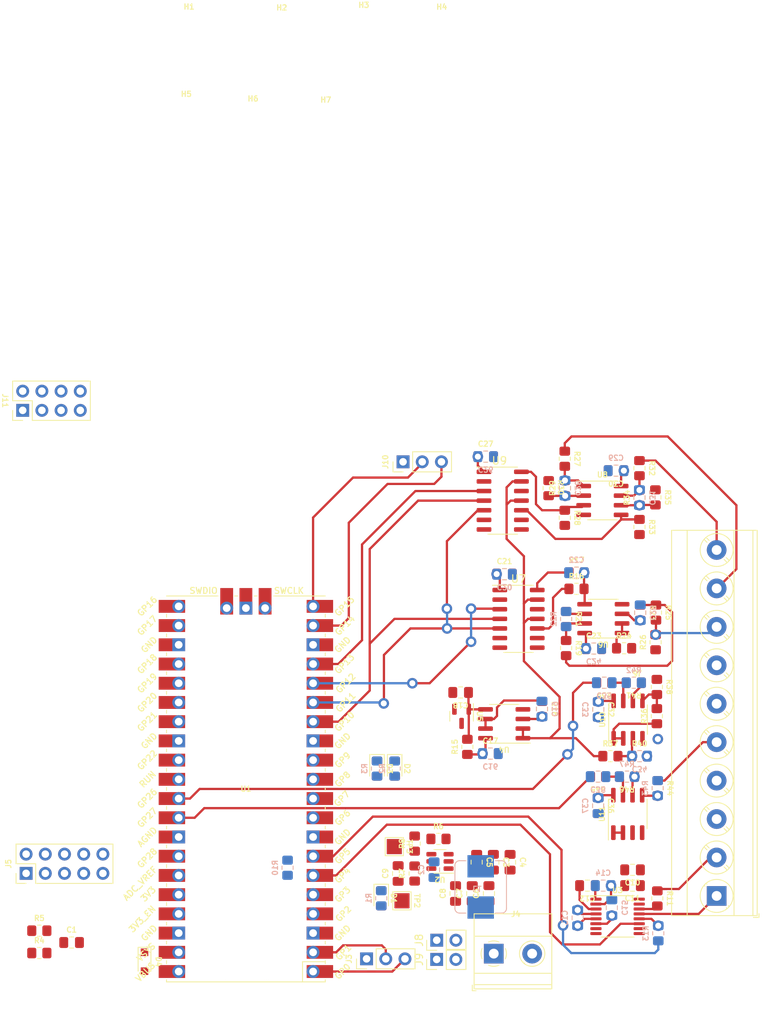
<source format=kicad_pcb>
(kicad_pcb (version 20211014) (generator pcbnew)
  (layers (0 "F.Cu" signal) (31 "B.Cu" signal) (34 "B.Paste" user) (35 "F.Paste" user) (36 "B.SilkS" user "B.Silkscreen") (37 "F.SilkS" user "F.Silkscreen") (38 "B.Mask" user) (39 "F.Mask" user) (44 "Edge.Cuts" user))
  (net 0 "")
  (net 1 "/ADC_VREF")
  (net 2 "GND")
  (net 3 "Net-(C2-Pad1)")
  (net 4 "Net-(C2-Pad2)")
  (net 5 "+12V")
  (net 6 "+5V")
  (net 7 "/tps56320x_5v/VFB")
  (net 8 "+3V3")
  (net 9 "Net-(C12-Pad1)")
  (net 10 "Net-(C12-Pad2)")
  (net 11 "Net-(C13-Pad1)")
  (net 12 "Net-(C13-Pad2)")
  (net 13 "Net-(C14-Pad1)")
  (net 14 "Net-(C15-Pad1)")
  (net 15 "Net-(C18-Pad1)")
  (net 16 "Net-(C19-Pad1)")
  (net 17 "Net-(C22-Pad1)")
  (net 18 "Net-(C25-Pad1)")
  (net 19 "Net-(C28-Pad1)")
  (net 20 "Net-(C28-Pad2)")
  (net 21 "Net-(C31-Pad1)")
  (net 22 "Net-(C31-Pad2)")
  (net 23 "Net-(C34-Pad1)")
  (net 24 "/Im_ADC")
  (net 25 "Net-(D1-Pad1)")
  (net 26 "Net-(D2-Pad1)")
  (net 27 "/LED_1")
  (net 28 "Net-(D3-Pad1)")
  (net 29 "/LED_2")
  (net 30 "Net-(D4-Pad1)")
  (net 34 "/PICO_GPIO0")
  (net 35 "/PICO_GPIO1")
  (net 36 "/PICO_GPIO20")
  (net 37 "/PICO_GPIO21")
  (net 38 "/PICO_GPIO18")
  (net 39 "/PICO_GPIO17")
  (net 40 "/PICO_GPIO19")
  (net 41 "/PICO_GPIO16")
  (net 42 "/RS232_RX1")
  (net 43 "/RS232_TX1")
  (net 44 "/Vm")
  (net 45 "/Im")
  (net 46 "/DAC_A1")
  (net 47 "/DAC_A2")
  (net 48 "/DAC_A3")
  (net 49 "/PICO_GPIO14")
  (net 50 "/PICO_GPIO15")
  (net 51 "/PICO_GPIO8")
  (net 52 "/PICO_GPIO3")
  (net 53 "/PICO_GPIO2")
  (net 54 "/PICO_GPIO9")
  (net 55 "/PICO_GPIO22")
  (net 56 "/PICO_GPIO28")
  (net 57 "/DAC_REF")
  (net 58 "Net-(R6-Pad1)")
  (net 59 "/PICO_GPIO4")
  (net 60 "Net-(R11-Pad2)")
  (net 61 "Net-(R13-Pad1)")
  (net 62 "/PICO_GPIO5")
  (net 63 "Net-(R16-Pad1)")
  (net 64 "/dac_module/V_fine")
  (net 65 "/dac_module/V_coarse")
  (net 66 "Net-(R19-Pad1)")
  (net 67 "/dac_module/V_dac_1")
  (net 68 "Net-(U11-Pad1)")
  (net 69 "Net-(R21-Pad1)")
  (net 70 "Net-(R24-Pad1)")
  (net 71 "/dac_module/V_dac_1_buf")
  (net 72 "/dac_module/DAC_2_OUT")
  (net 73 "/dac_module/DAC_3_OUT")
  (net 74 "/itm39xxc_meas_cond/V_ref'")
  (net 75 "Net-(R36-Pad2)")
  (net 76 "Net-(R39-Pad1)")
  (net 77 "Net-(R41-Pad1)")
  (net 78 "Net-(R43-Pad2)")
  (net 79 "Net-(R45-Pad1)")
  (net 80 "Net-(R46-Pad1)")
  (net 81 "/DAC_SCLK")
  (net 82 "/DAC_SD")
  (net 83 "/DAC_A1_~{CS}")
  (net 84 "/DAC_A2_A3_~{CS}")
  (net 100 "/PICO_GPIO27")
  (footprint "Package_SO:SOIC-8_3.9x4.9mm_P1.27mm" (layer "F.Cu") (at 153.543 61.0362 180)
    (fp_text reference "U6")
    (fp_text value "Opamp_Dual")
  )
  (footprint "MountingHole:MountingHole_3.2mm_M3" (layer "F.Cu") (at 132.16 -15.61)
    (fp_text reference "H4")
    (fp_text value "MountingHole")
  )
  (footprint "Resistor_SMD:R_0805_2012Metric_Pad1.20x1.40mm_HandSolder" (layer "F.Cu") (at 158.3182 45.0475 90)
    (fp_text reference "R34")
    (fp_text value "56k")
  )
  (footprint "Capacitor_SMD:C_0805_2012Metric_Pad1.18x1.45mm_HandSolder" (layer "F.Cu") (at 138.9888 93.2219 -90)
    (fp_text reference "C3")
    (fp_text value "22uF")
  )
  (footprint "LED_SMD:LED_0805_2012Metric_Pad1.15x1.40mm_HandSolder" (layer "F.Cu") (at 123.5964 80.8482 -90)
    (fp_text reference "D3")
    (fp_text value "LED_Small_Filled")
  )
  (footprint "Capacitor_SMD:C_0805_2012Metric_Pad1.18x1.45mm_HandSolder" (layer "F.Cu") (at 157.4038 96.3168 180)
    (fp_text reference "C11")
    (fp_text value "100nF")
  )
  (footprint "MountingHole:MountingHole_3.2mm_M3" (layer "F.Cu") (at 107.19 -3.48)
    (fp_text reference "H6")
    (fp_text value "MountingHole")
  )
  (footprint "Resistor_SMD:R_0805_2012Metric_Pad1.20x1.40mm_HandSolder" (layer "F.Cu") (at 158.3182 48.9204 -90)
    (fp_text reference "R33")
    (fp_text value "DNP")
  )
  (footprint "Resistor_SMD:R_0805_2012Metric_Pad1.20x1.40mm_HandSolder" (layer "F.Cu") (at 160.6202 73.9234 90)
    (fp_text reference "R36")
    (fp_text value "3k")
  )
  (footprint "MountingHole:MountingHole_3.2mm_M3" (layer "F.Cu") (at 98.72 -15.63)
    (fp_text reference "H1")
    (fp_text value "MountingHole")
  )
  (footprint "MountingHole:MountingHole_3.2mm_M3" (layer "F.Cu") (at 98.36 -4.09)
    (fp_text reference "H5")
    (fp_text value "MountingHole")
  )
  (footprint "Resistor_SMD:R_0805_2012Metric_Pad1.20x1.40mm_HandSolder" (layer "F.Cu") (at 78.9189 102.2752)
    (fp_text reference "R5")
    (fp_text value "47R")
  )
  (footprint "Capacitor_SMD:C_0805_2012Metric_Pad1.18x1.45mm_HandSolder" (layer "F.Cu") (at 83.1889 103.8352)
    (fp_text reference "C1")
    (fp_text value "DNP")
  )
  (footprint "Package_TO_SOT_SMD:SOT-23-6" (layer "F.Cu") (at 131.9276 93.1164 180)
    (fp_text reference "U2")
    (fp_text value "TPS56320x")
  )
  (footprint "Capacitor_SMD:C_0805_2012Metric_Pad1.18x1.45mm_HandSolder" (layer "F.Cu") (at 152.8732 73.0344 -90)
    (fp_text reference "C32")
    (fp_text value "100nF")
  )
  (footprint "MountingHole:MountingHole_3.2mm_M3" (layer "F.Cu") (at 110.99 -15.51)
    (fp_text reference "H2")
    (fp_text value "MountingHole")
  )
  (footprint "Package_TO_SOT_SMD:SOT-23" (layer "F.Cu") (at 134.7866 73.9394 -90)
    (fp_text reference "U5")
    (fp_text value "LM4040DBZ-3")
  )
  (footprint "TerminalBlock_Phoenix:TerminalBlock_Phoenix_MKDS-3-10-5.08_1x10_P5.08mm_Horizontal" (layer "F.Cu") (at 168.53 97.68 90)
    (fp_text reference "J6")
    (fp_text value "Conn_01x10")
  )
  (footprint "Capacitor_SMD:C_0805_2012Metric_Pad1.18x1.45mm_HandSolder" (layer "F.Cu") (at 136.1948 97.3582 90)
    (fp_text reference "C7")
    (fp_text value "22uF")
  )
  (footprint "LED_SMD:LED_0805_2012Metric_Pad1.15x1.40mm_HandSolder" (layer "F.Cu") (at 125.9332 80.8482 -90)
    (fp_text reference "D2")
    (fp_text value "LED_Small_Filled")
  )
  (footprint "Connector_PinHeader_2.54mm:PinHeader_1x02_P2.54mm_Vertical" (layer "F.Cu") (at 131.4908 106.0704 90)
    (fp_text reference "J9")
    (fp_text value "Conn_01x02")
  )
  (footprint "Resistor_SMD:R_0805_2012Metric_Pad1.20x1.40mm_HandSolder" (layer "F.Cu") (at 148.6154 64.9224 -90)
    (fp_text reference "R19")
    (fp_text value "22R")
  )
  (footprint "Capacitor_SMD:C_0805_2012Metric_Pad1.18x1.45mm_HandSolder" (layer "F.Cu") (at 137.9728 39.624)
    (fp_text reference "C27")
    (fp_text value "100nF")
  )
  (footprint "Resistor_SMD:R_0805_2012Metric_Pad1.20x1.40mm_HandSolder" (layer "F.Cu") (at 156.6612 81.915 180)
    (fp_text reference "R46")
    (fp_text value "3k")
  )
  (footprint "Resistor_SMD:R_0805_2012Metric_Pad1.20x1.40mm_HandSolder" (layer "F.Cu") (at 145.4404 72.9742 -90)
    (fp_text reference "R16")
    (fp_text value "10k")
  )
  (footprint "Resistor_SMD:R_0805_2012Metric_Pad1.20x1.40mm_HandSolder" (layer "F.Cu") (at 156.2862 64.9478)
    (fp_text reference "R24")
    (fp_text value "DNP")
  )
  (footprint "Resistor_SMD:R_0805_2012Metric_Pad1.20x1.40mm_HandSolder" (layer "F.Cu") (at 146.304 43.7896 -90)
    (fp_text reference "R30")
    (fp_text value "24k")
  )
  (footprint "Capacitor_SMD:C_0805_2012Metric_Pad1.18x1.45mm_HandSolder" (layer "F.Cu") (at 126.3904 94.7127 90)
    (fp_text reference "C9")
    (fp_text value "DNP")
  )
  (footprint "Resistor_SMD:R_0805_2012Metric_Pad1.20x1.40mm_HandSolder" (layer "F.Cu") (at 158.3182 41.148 -90)
    (fp_text reference "R32")
    (fp_text value "22R")
  )
  (footprint "Resistor_SMD:R_0805_2012Metric_Pad1.20x1.40mm_HandSolder" (layer "F.Cu") (at 150.003 54.9402)
    (fp_text reference "R17")
    (fp_text value "56k")
  )
  (footprint "Resistor_SMD:R_0805_2012Metric_Pad1.20x1.40mm_HandSolder" (layer "F.Cu") (at 160.6202 70.0626 -90)
    (fp_text reference "R38")
    (fp_text value "20k")
  )
  (footprint "Resistor_SMD:R_0805_2012Metric_Pad1.20x1.40mm_HandSolder" (layer "F.Cu") (at 149.987 57.0992)
    (fp_text reference "R18")
    (fp_text value "24k")
  )
  (footprint "Package_SO:SOIC-14_3.9x8.7mm_P1.27mm" (layer "F.Cu") (at 140.2252 45.4406)
    (fp_text reference "U9")
    (fp_text value "MCP4922")
  )
  (footprint "TestPoint:TestPoint_Pad_2.0x2.0mm" (layer "F.Cu") (at 126.8984 98.3234 -90)
    (fp_text reference "TP2")
    (fp_text value "TestPoint_Small")
  )
  (footprint "TerminalBlock_Phoenix:TerminalBlock_Phoenix_MKDS-1,5-2-5.08_1x02_P5.08mm_Horizontal" (layer "F.Cu") (at 139.0414 105.3054)
    (fp_text reference "J4")
    (fp_text value "Conn_01x02")
  )
  (footprint "Resistor_SMD:R_0805_2012Metric_Pad1.20x1.40mm_HandSolder" (layer "F.Cu") (at 148.4376 47.7106 -90)
    (fp_text reference "R28")
    (fp_text value "DNP")
  )
  (footprint "Resistor_SMD:R_0805_2012Metric_Pad1.20x1.40mm_HandSolder" (layer "F.Cu") (at 128.5748 94.7166 90)
    (fp_text reference "R7")
    (fp_text value "11k")
  )
  (footprint "Resistor_SMD:R_0805_2012Metric_Pad1.20x1.40mm_HandSolder" (layer "F.Cu") (at 131.7244 90.1446)
    (fp_text reference "R6")
    (fp_text value "10k")
  )
  (footprint "Package_SO:SOIC-8_3.9x4.9mm_P1.27mm" (layer "F.Cu") (at 156.7688 86.8426 90)
    (fp_text reference "U11")
    (fp_text value "Opamp_Dual")
  )
  (footprint "Capacitor_SMD:C_0805_2012Metric_Pad1.18x1.45mm_HandSolder" (layer "F.Cu") (at 138.5966 78.867)
    (fp_text reference "C17")
    (fp_text value "100nF")
  )
  (footprint "Resistor_SMD:R_0805_2012Metric_Pad1.20x1.40mm_HandSolder" (layer "F.Cu") (at 128.5748 90.7636 90)
    (fp_text reference "R8")
    (fp_text value "2k")
  )
  (footprint "Connector_PinHeader_2.54mm:PinHeader_1x03_P2.54mm_Vertical" (layer "F.Cu") (at 122.2144 105.9942 90)
    (fp_text reference "J3")
    (fp_text value "Conn_01x03")
  )
  (footprint "TestPoint:TestPoint_Pad_2.0x2.0mm" (layer "F.Cu") (at 125.8824 91.1606 -90)
    (fp_text reference "TP3")
    (fp_text value "TestPoint_Small")
  )
  (footprint "Package_SO:TSSOP-16_4.4x5mm_P0.65mm" (layer "F.Cu") (at 155.4226 100.3808)
    (fp_text reference "U3")
    (fp_text value "MAX3232")
  )
  (footprint "CL_MCU_RaspberryPi_and_Boards:RPi_Pico_SMD_TH" (layer "F.Cu") (at 106.2482 83.5406 180)
    (fp_text reference "U1")
    (fp_text value "Pico")
  )
  (footprint "Connector_PinHeader_2.54mm:PinHeader_2x05_P2.54mm_Vertical" (layer "F.Cu") (at 77.1702 94.6962 90)
    (fp_text reference "J5")
    (fp_text value "Conn_02x05_Odd_Even")
  )
  (footprint "Resistor_SMD:R_0805_2012Metric_Pad1.20x1.40mm_HandSolder" (layer "F.Cu") (at 160.6804 98.0092 -90)
    (fp_text reference "R11")
    (fp_text value "47R")
  )
  (footprint "Connector_PinHeader_2.54mm:PinHeader_2x04_P2.54mm_Vertical" (layer "F.Cu") (at 76.718 33.5076 90)
    (fp_text reference "J11")
    (fp_text value "Conn_02x04_Odd_Even")
  )
  (footprint "Capacitor_SMD:C_0805_2012Metric_Pad1.18x1.45mm_HandSolder" (layer "F.Cu") (at 140.462 55.1434)
    (fp_text reference "C21")
    (fp_text value "100nF")
  )
  (footprint "Resistor_SMD:R_0805_2012Metric_Pad1.20x1.40mm_HandSolder" (layer "F.Cu") (at 160.4518 64.151 90)
    (fp_text reference "R26")
    (fp_text value "0R")
  )
  (footprint "Capacitor_SMD:C_0805_2012Metric_Pad1.18x1.45mm_HandSolder" (layer "F.Cu") (at 152.2769 64.9986)
    (fp_text reference "C23")
    (fp_text value "100nF")
  )
  (footprint "Connector_PinHeader_2.54mm:PinHeader_1x03_P2.54mm_Vertical" (layer "F.Cu") (at 127.0404 40.3098 90)
    (fp_text reference "J10")
    (fp_text value "Conn_01x03")
  )
  (footprint "Resistor_SMD:R_0805_2012Metric_Pad1.20x1.40mm_HandSolder" (layer "F.Cu") (at 160.5026 60.2328 -90)
    (fp_text reference "R25")
    (fp_text value "DNP")
  )
  (footprint "Capacitor_SMD:C_0805_2012Metric_Pad1.18x1.45mm_HandSolder" (layer "F.Cu") (at 133.985 97.3582 90)
    (fp_text reference "C8")
    (fp_text value "22uF")
  )
  (footprint "Package_SO:SOIC-8_3.9x4.9mm_P1.27mm" (layer "F.Cu") (at 156.8102 74.3806 90)
    (fp_text reference "U10")
    (fp_text value "Opamp_Dual")
  )
  (footprint "Resistor_SMD:R_0805_2012Metric_Pad1.20x1.40mm_HandSolder" (layer "F.Cu") (at 160.7252 83.437 -90)
    (fp_text reference "R44")
    (fp_text value "10k")
  )
  (footprint "Connector_PinHeader_2.54mm:PinHeader_1x02_P2.54mm_Vertical" (layer "F.Cu") (at 131.4958 103.5304 90)
    (fp_text reference "J8")
    (fp_text value "Conn_01x02")
  )
  (footprint "Resistor_SMD:R_0805_2012Metric_Pad1.20x1.40mm_HandSolder" (layer "F.Cu") (at 153.6606 69.5038 180)
    (fp_text reference "R39")
    (fp_text value "0R")
  )
  (footprint "Resistor_SMD:R_0805_2012Metric_Pad1.20x1.40mm_HandSolder" (layer "F.Cu") (at 158.4198 60.2488 -90)
    (fp_text reference "R23")
    (fp_text value "DNP")
  )
  (footprint "Capacitor_SMD:C_0805_2012Metric_Pad1.18x1.45mm_HandSolder" (layer "F.Cu") (at 152.8512 85.7578 -90)
    (fp_text reference "C36")
    (fp_text value "100nF")
  )
  (footprint "Resistor_SMD:R_0805_2012Metric_Pad1.20x1.40mm_HandSolder" (layer "F.Cu") (at 158.3342 79.2066)
    (fp_text reference "R40")
    (fp_text value "10k")
  )
  (footprint "MountingHole:MountingHole_3.2mm_M3" (layer "F.Cu") (at 121.85 -15.85)
    (fp_text reference "H3")
    (fp_text value "MountingHole")
  )
  (footprint "Capacitor_SMD:C_0805_2012Metric_Pad1.18x1.45mm_HandSolder" (layer "F.Cu") (at 141.1986 93.2258 -90)
    (fp_text reference "C4")
    (fp_text value "22uF")
  )
  (footprint "Capacitor_SMD:C_0805_2012Metric_Pad1.18x1.45mm_HandSolder" (layer "F.Cu") (at 157.4038 94.234 180)
    (fp_text reference "C10")
    (fp_text value "10uF")
  )
  (footprint "Resistor_SMD:R_0805_2012Metric_Pad1.20x1.40mm_HandSolder" (layer "F.Cu") (at 148.6154 61.087 -90)
    (fp_text reference "R21")
    (fp_text value "56k")
  )
  (footprint "Capacitor_SMD:C_0805_2012Metric_Pad1.18x1.45mm_HandSolder" (layer "F.Cu") (at 134.6596 70.7898 180)
    (fp_text reference "C18")
    (fp_text value "100nF")
  )
  (footprint "Resistor_SMD:R_0805_2012Metric_Pad1.20x1.40mm_HandSolder" (layer "F.Cu") (at 148.463 43.7896 90)
    (fp_text reference "R29")
    (fp_text value "56k")
  )
  (footprint "Package_SO:SOIC-14_3.9x8.7mm_P1.27mm" (layer "F.Cu") (at 142.3162 61.0616)
    (fp_text reference "U7")
    (fp_text value "MCP4922")
  )
  (footprint "Resistor_SMD:R_0805_2012Metric_Pad1.20x1.40mm_HandSolder" (layer "F.Cu") (at 78.9189 105.2252)
    (fp_text reference "R4")
    (fp_text value "DNP")
  )
  (footprint "Resistor_SMD:R_0805_2012Metric_Pad1.20x1.40mm_HandSolder" (layer "F.Cu") (at 152.8412 81.915 180)
    (fp_text reference "R45")
    (fp_text value "0R")
  )
  (footprint "Capacitor_SMD:C_0805_2012Metric_Pad1.18x1.45mm_HandSolder" (layer "F.Cu") (at 151.4348 96.3168 180)
    (fp_text reference "C12")
    (fp_text value "100nF")
  )
  (footprint "Capacitor_SMD:C_0805_2012Metric_Pad1.18x1.45mm_HandSolder" (layer "F.Cu") (at 138.4046 97.3582 90)
    (fp_text reference "C6")
    (fp_text value "22uF")
  )
  (footprint "Package_SO:SOIC-8_3.9x4.9mm_P1.27mm" (layer "F.Cu") (at 153.416 45.4152)
    (fp_text reference "U8")
    (fp_text value "Opamp_Dual")
  )
  (footprint "MountingHole:MountingHole_3.2mm_M3" (layer "F.Cu") (at 116.82 -3.33)
    (fp_text reference "H7")
    (fp_text value "MountingHole")
  )
  (footprint "Resistor_SMD:R_0805_2012Metric_Pad1.20x1.40mm_HandSolder" (layer "F.Cu") (at 154.4734 79.2066)
    (fp_text reference "R37")
    (fp_text value "10k")
  )
  (footprint "Capacitor_SMD:C_0805_2012Metric_Pad1.18x1.45mm_HandSolder" (layer "F.Cu") (at 136.779 93.218 -90)
    (fp_text reference "C5")
    (fp_text value "100nF")
  )
  (footprint "Resistor_SMD:R_0805_2012Metric_Pad1.20x1.40mm_HandSolder" (layer "F.Cu") (at 157.5722 69.5038 180)
    (fp_text reference "R41")
    (fp_text value "3k")
  )
  (footprint "Resistor_SMD:R_0805_2012Metric_Pad1.20x1.40mm_HandSolder" (layer "F.Cu") (at 160.4264 45.0088 -90)
    (fp_text reference "R35")
    (fp_text value "24k")
  )
  (footprint "Resistor_SMD:R_0805_2012Metric_Pad1.20x1.40mm_HandSolder" (layer "F.Cu") (at 148.4376 39.9034 -90)
    (fp_text reference "R27")
    (fp_text value "22R")
  )
  (footprint "Resistor_SMD:R_0805_2012Metric_Pad1.20x1.40mm_HandSolder" (layer "F.Cu") (at 135.5486 77.978 90)
    (fp_text reference "R15")
    (fp_text value "2k")
  )
  (footprint "LED_SMD:LED_0805_2012Metric_Pad1.15x1.40mm_HandSolder" (layer "F.Cu") (at 124.1552 97.9932 -90)
    (fp_text reference "D1")
    (fp_text value "LED_Small_Filled")
  )
  (footprint "Package_SO:SOIC-8_3.9x4.9mm_P1.27mm" (layer "F.Cu") (at 140.4254 74.93 180)
    (fp_text reference "U4")
    (fp_text value "Opamp_Dual")
  )
  (footprint "Diode_SMD:D_SOD-323_HandSoldering" (layer "F.Cu") (at 92.837 106.3752 -90)
    (fp_text reference "D4")
    (fp_text value "BAT60")
  )
  (footprint "Capacitor_SMD:C_0805_2012Metric_Pad1.18x1.45mm_HandSolder" (layer "F.Cu") (at 155.2155 41.4782 180)
    (fp_text reference "C30")
    (fp_text value "100nF")
  )
  (footprint "Resistor_SMD:R_0805_2012Metric_Pad1.20x1.40mm_HandSolder" (layer "B.Cu") (at 160.7252 83.437 -90)
    (fp_text reference "R43")
    (fp_text value "3k")
  )
  (footprint "Resistor_SMD:R_0805_2012Metric_Pad1.20x1.40mm_HandSolder" (layer "B.Cu") (at 123.5964 80.8482 -90)
    (fp_text reference "R3")
    (fp_text value "1k")
  )
  (footprint "Resistor_SMD:R_0805_2012Metric_Pad1.20x1.40mm_HandSolder" (layer "B.Cu") (at 157.5722 69.5038 180)
    (fp_text reference "R42")
    (fp_text value "20k")
  )
  (footprint "Capacitor_SMD:C_0805_2012Metric_Pad1.18x1.45mm_HandSolder" (layer "B.Cu") (at 149.9815 54.9656 180)
    (fp_text reference "C22")
    (fp_text value "1nF")
  )
  (footprint "Resistor_SMD:R_0805_2012Metric_Pad1.20x1.40mm_HandSolder" (layer "B.Cu") (at 111.76 93.9546 -90)
    (fp_text reference "R10")
    (fp_text value "10k")
  )
  (footprint "Capacitor_SMD:C_0805_2012Metric_Pad1.18x1.45mm_HandSolder" (layer "B.Cu") (at 138.5966 78.867)
    (fp_text reference "C16")
    (fp_text value "1uF")
  )
  (footprint "Capacitor_SMD:C_0805_2012Metric_Pad1.18x1.45mm_HandSolder" (layer "B.Cu") (at 148.463 43.7896 90)
    (fp_text reference "C28")
    (fp_text value "DNP")
  )
  (footprint "Resistor_SMD:R_0805_2012Metric_Pad1.20x1.40mm_HandSolder" (layer "B.Cu") (at 125.9332 80.8482 -90)
    (fp_text reference "R2")
    (fp_text value "1k")
  )
  (footprint "Capacitor_SMD:C_0805_2012Metric_Pad1.18x1.45mm_HandSolder" (layer "B.Cu") (at 150.1394 100.5801 -90)
    (fp_text reference "C13")
    (fp_text value "470nF")
  )
  (footprint "Capacitor_SMD:C_0805_2012Metric_Pad1.18x1.45mm_HandSolder" (layer "B.Cu") (at 152.8412 81.915)
    (fp_text reference "C38")
    (fp_text value "DNP")
  )
  (footprint "Resistor_SMD:R_0805_2012Metric_Pad1.20x1.40mm_HandSolder" (layer "B.Cu") (at 124.1552 97.9932 -90)
    (fp_text reference "R1")
    (fp_text value "2k")
  )
  (footprint "Capacitor_SMD:C_0805_2012Metric_Pad1.18x1.45mm_HandSolder" (layer "B.Cu") (at 152.8512 85.7578 -90)
    (fp_text reference "C37")
    (fp_text value "1uF")
  )
  (footprint "Capacitor_SMD:C_0805_2012Metric_Pad1.18x1.45mm_HandSolder" (layer "B.Cu") (at 131.1402 94.2086 -90)
    (fp_text reference "C2")
    (fp_text value "100nF")
  )
  (footprint "Capacitor_SMD:C_0805_2012Metric_Pad1.18x1.45mm_HandSolder" (layer "B.Cu") (at 145.415 72.9742 90)
    (fp_text reference "C19")
    (fp_text value "1uF")
  )
  (footprint "Capacitor_SMD:C_0805_2012Metric_Pad1.18x1.45mm_HandSolder" (layer "B.Cu") (at 154.6606 99.2378 90)
    (fp_text reference "C15")
    (fp_text value "470nF")
  )
  (footprint "Resistor_SMD:R_0805_2012Metric_Pad1.20x1.40mm_HandSolder" (layer "B.Cu") (at 156.6672 81.915 180)
    (fp_text reference "R47")
    (fp_text value "10k")
  )
  (footprint "Capacitor_SMD:C_0805_2012Metric_Pad1.18x1.45mm_HandSolder" (layer "B.Cu") (at 155.2155 41.4782 180)
    (fp_text reference "C29")
    (fp_text value "1uF")
  )
  (footprint "Capacitor_SMD:C_0805_2012Metric_Pad1.18x1.45mm_HandSolder" (layer "B.Cu") (at 152.8732 73.0344 -90)
    (fp_text reference "C33")
    (fp_text value "1uF")
  )
  (footprint "Inductor_SMD:L_Bourns_SRP7028A_7.3x6.6mm" (layer "B.Cu") (at 137.3124 96.4874 -90)
    (fp_text reference "L1")
    (fp_text value "4.7uH")
  )
  (footprint "Capacitor_SMD:C_0805_2012Metric_Pad1.18x1.45mm_HandSolder" (layer "B.Cu") (at 158.3342 79.2066)
    (fp_text reference "C34")
    (fp_text value "100nF")
  )
  (footprint "Capacitor_SMD:C_0805_2012Metric_Pad1.18x1.45mm_HandSolder" (layer "B.Cu") (at 137.9728 39.624)
    (fp_text reference "C26")
    (fp_text value "10uF")
  )
  (footprint "Resistor_SMD:R_0805_2012Metric_Pad1.20x1.40mm_HandSolder" (layer "B.Cu") (at 148.6154 61.087 -90)
    (fp_text reference "R22")
    (fp_text value "24k")
  )
  (footprint "Capacitor_SMD:C_0805_2012Metric_Pad1.18x1.45mm_HandSolder" (layer "B.Cu") (at 153.6606 69.5038)
    (fp_text reference "C35")
    (fp_text value "DNP")
  )
  (footprint "Capacitor_SMD:C_0805_2012Metric_Pad1.18x1.45mm_HandSolder" (layer "B.Cu") (at 140.462 55.1688)
    (fp_text reference "C20")
    (fp_text value "10uF")
  )
  (footprint "Capacitor_SMD:C_0805_2012Metric_Pad1.18x1.45mm_HandSolder" (layer "B.Cu") (at 158.3182 45.0342 90)
    (fp_text reference "C31")
    (fp_text value "DNP")
  )
  (footprint "Capacitor_SMD:C_0805_2012Metric_Pad1.18x1.45mm_HandSolder" (layer "B.Cu") (at 158.4198 60.2488 90)
    (fp_text reference "C25")
    (fp_text value "0R")
  )
  (footprint "Capacitor_SMD:C_0805_2012Metric_Pad1.18x1.45mm_HandSolder" (layer "B.Cu") (at 152.2769 64.9826)
    (fp_text reference "C24")
    (fp_text value "1uF")
  )
  (footprint "Resistor_SMD:R_0805_2012Metric_Pad1.20x1.40mm_HandSolder" (layer "B.Cu") (at 160.8074 102.616 -90)
    (fp_text reference "R13")
    (fp_text value "47R")
  )
  (footprint "Capacitor_SMD:C_0805_2012Metric_Pad1.18x1.45mm_HandSolder" (layer "B.Cu") (at 153.5176 96.3168 180)
    (fp_text reference "C14")
    (fp_text value "470nF")
  )
  (via (at 160.7472 76.946) (size 1.4) (drill 0.8) (layers "F.Cu" "B.Cu") (net 0))
  (via (at 159.2994 79.2066) (size 1.4) (drill 0.8) (layers "F.Cu" "B.Cu") (net 2))
  (via (at 152.8478 74.0504) (size 1.4) (drill 0.8) (layers "F.Cu" "B.Cu") (net 2))
  (segment (start 155.891 43.5102) (end 155.891 41.8402) (width 0.3) (layer "F.Cu") (net 5))
  (segment (start 155.891 41.8402) (end 156.253 41.4782) (width 0.3) (layer "F.Cu") (net 5))
  (segment (start 151.2394 63.1126) (end 151.068 62.9412) (width 0.3) (layer "F.Cu") (net 5))
  (segment (start 151.2394 64.9986) (end 151.2394 63.1126) (width 0.3) (layer "F.Cu") (net 5))
  (via (at 156.253 41.4782) (size 1.4) (drill 0.8) (layers "F.Cu" "B.Cu") (net 5))
  (via (at 151.2394 64.9986) (size 1.4) (drill 0.8) (layers "F.Cu" "B.Cu") (net 5))
  (segment (start 139.8412 57.2516) (end 139.8412 55.5601) (width 0.3) (layer "F.Cu") (net 8))
  (segment (start 154.9052 71.9056) (end 152.9645 71.9056) (width 0.3) (layer "F.Cu") (net 8))
  (segment (start 136.9353 40.8157) (end 137.7502 41.6306) (width 0.3) (layer "F.Cu") (net 8))
  (segment (start 137.9504 76.835) (end 137.9504 78.4757) (width 0.3) (layer "F.Cu") (net 8))
  (segment (start 139.8412 55.5601) (end 139.4245 55.1434) (width 0.3) (layer "F.Cu") (net 8))
  (segment (start 135.5486 78.978) (end 137.4481 78.978) (width 0.3) (layer "F.Cu") (net 8))
  (segment (start 153.2039 84.3676) (end 152.8512 84.7203) (width 0.3) (layer "F.Cu") (net 8))
  (segment (start 154.8638 84.3676) (end 153.2039 84.3676) (width 0.3) (layer "F.Cu") (net 8))
  (segment (start 137.4481 78.978) (end 137.5591 78.867) (width 0.3) (layer "F.Cu") (net 8))
  (segment (start 137.9504 78.4757) (end 137.5591 78.867) (width 0.3) (layer "F.Cu") (net 8))
  (segment (start 152.9645 71.9056) (end 152.8732 71.9969) (width 0.3) (layer "F.Cu") (net 8))
  (segment (start 136.9353 39.624) (end 136.9353 40.8157) (width 0.3) (layer "F.Cu") (net 8))
  (via (at 136.9353 39.624) (size 1.4) (drill 0.8) (layers "F.Cu" "B.Cu") (net 8))
  (via (at 152.8732 71.9969) (size 1.4) (drill 0.8) (layers "F.Cu" "B.Cu") (net 8))
  (via (at 152.8512 84.7203) (size 1.4) (drill 0.8) (layers "F.Cu" "B.Cu") (net 8))
  (via (at 139.4245 55.1434) (size 1.4) (drill 0.8) (layers "F.Cu" "B.Cu") (net 8))
  (via (at 137.5591 78.867) (size 1.4) (drill 0.8) (layers "F.Cu" "B.Cu") (net 8))
  (segment (start 152.4723 96.3168) (end 152.4723 98.018) (width 0.3) (layer "F.Cu") (net 9))
  (segment (start 152.4723 98.018) (end 152.5601 98.1058) (width 0.3) (layer "F.Cu") (net 9))
  (segment (start 150.3973 98.2003) (end 150.3973 96.3168) (width 0.3) (layer "F.Cu") (net 10))
  (segment (start 152.5601 99.4058) (end 151.6028 99.4058) (width 0.3) (layer "F.Cu") (net 10))
  (segment (start 151.6028 99.4058) (end 150.3973 98.2003) (width 0.3) (layer "F.Cu") (net 10))
  (segment (start 152.5601 100.0558) (end 150.6526 100.0558) (width 0.3) (layer "F.Cu") (net 11))
  (segment (start 150.6526 100.0558) (end 150.1394 99.5426) (width 0.3) (layer "F.Cu") (net 11))
  (via (at 150.1394 99.5426) (size 1.4) (drill 0.8) (layers "F.Cu" "B.Cu") (net 11))
  (segment (start 152.5601 100.7058) (end 151.0512 100.7058) (width 0.3) (layer "F.Cu") (net 12))
  (segment (start 151.0512 100.7058) (end 150.1394 101.6176) (width 0.3) (layer "F.Cu") (net 12))
  (via (at 150.1394 101.6176) (size 1.4) (drill 0.8) (layers "F.Cu" "B.Cu") (net 12))
  (segment (start 154.5551 97.9209) (end 153.7202 98.7558) (width 0.3) (layer "F.Cu") (net 13))
  (segment (start 154.5551 96.3168) (end 154.5551 97.9209) (width 0.3) (layer "F.Cu") (net 13))
  (segment (start 153.7202 98.7558) (end 152.5601 98.7558) (width 0.3) (layer "F.Cu") (net 13))
  (via (at 154.5551 96.3168) (size 1.4) (drill 0.8) (layers "F.Cu" "B.Cu") (net 13))
  (segment (start 154.0158 101.3558) (end 152.5601 101.3558) (width 0.3) (layer "F.Cu") (net 14))
  (segment (start 154.6606 100.711) (end 154.0158 101.3558) (width 0.3) (layer "F.Cu") (net 14))
  (segment (start 154.6606 100.2792) (end 154.6606 100.711) (width 0.3) (layer "F.Cu") (net 14))
  (via (at 154.6606 100.2792) (size 1.4) (drill 0.8) (layers "F.Cu" "B.Cu") (net 14))
  (segment (start 154.6606 100.2753) (end 154.6606 100.2792) (width 0.3) (layer "B.Cu") (net 14))
  (segment (start 137.9504 72.9204) (end 137.9728 72.898) (width 0.3) (layer "F.Cu") (net 15))
  (segment (start 135.6971 70.7898) (end 135.6971 72.9624) (width 0.3) (layer "F.Cu") (net 15))
  (segment (start 135.6971 72.9624) (end 135.7366 73.0019) (width 0.3) (layer "F.Cu") (net 15))
  (segment (start 135.7597 73.025) (end 135.7366 73.0019) (width 0.3) (layer "F.Cu") (net 15))
  (segment (start 135.7366 76.79) (end 135.5486 76.978) (width 0.3) (layer "F.Cu") (net 15))
  (segment (start 137.9504 73.025) (end 137.9504 72.9204) (width 0.3) (layer "F.Cu") (net 15))
  (segment (start 135.7366 73.0019) (end 135.7366 76.79) (width 0.3) (layer "F.Cu") (net 15))
  (segment (start 137.9504 73.025) (end 135.7597 73.025) (width 0.3) (layer "F.Cu") (net 15))
  (segment (start 145.1196 74.295) (end 145.4404 73.9742) (width 0.3) (layer "F.Cu") (net 16))
  (segment (start 142.9004 74.295) (end 145.1196 74.295) (width 0.3) (layer "F.Cu") (net 16))
  (via (at 145.4404 73.9742) (size 1.4) (drill 0.8) (layers "F.Cu" "B.Cu") (net 16))
  (segment (start 151.068 57.1802) (end 150.987 57.0992) (width 0.3) (layer "F.Cu") (net 17))
  (segment (start 151.068 59.1312) (end 151.068 57.1802) (width 0.3) (layer "F.Cu") (net 17))
  (segment (start 150.987 54.9562) (end 151.003 54.9402) (width 0.3) (layer "F.Cu") (net 17))
  (segment (start 150.987 57.0992) (end 150.987 54.9562) (width 0.3) (layer "F.Cu") (net 17))
  (via (at 151.003 54.9402) (size 1.4) (drill 0.8) (layers "F.Cu" "B.Cu") (net 17))
  (segment (start 156.018 60.4012) (end 156.7688 60.4012) (width 0.3) (layer "F.Cu") (net 18))
  (segment (start 157.6164 61.2488) (end 158.4198 61.2488) (width 0.3) (layer "F.Cu") (net 18))
  (segment (start 156.7688 60.4012) (end 157.6164 61.2488) (width 0.3) (layer "F.Cu") (net 18))
  (via (at 158.4198 61.2488) (size 1.4) (drill 0.8) (layers "F.Cu" "B.Cu") (net 18))
  (segment (start 146.32 44.8056) (end 146.304 44.7896) (width 0.3) (layer "F.Cu") (net 19))
  (segment (start 150.9156 44.8056) (end 150.941 44.7802) (width 0.3) (layer "F.Cu") (net 19))
  (segment (start 148.4884 44.8056) (end 150.9156 44.8056) (width 0.3) (layer "F.Cu") (net 19))
  (segment (start 148.4884 44.8056) (end 146.32 44.8056) (width 0.3) (layer "F.Cu") (net 19))
  (via (at 148.4884 44.8056) (size 1.4) (drill 0.8) (layers "F.Cu" "B.Cu") (net 19))
  (segment (start 148.4376 42.7482) (end 148.463 42.7736) (width 0.3) (layer "F.Cu") (net 20))
  (segment (start 148.4376 40.9034) (end 148.4376 42.7482) (width 0.3) (layer "F.Cu") (net 20))
  (segment (start 150.2044 42.7736) (end 148.463 42.7736) (width 0.3) (layer "F.Cu") (net 20))
  (segment (start 150.941 43.5102) (end 150.2044 42.7736) (width 0.3) (layer "F.Cu") (net 20))
  (via (at 148.463 42.7736) (size 1.4) (drill 0.8) (layers "F.Cu" "B.Cu") (net 20))
  (segment (start 158.3182 46.0475) (end 155.8937 46.0475) (width 0.3) (layer "F.Cu") (net 21))
  (segment (start 160.4264 46.0088) (end 158.3569 46.0088) (width 0.3) (layer "F.Cu") (net 21))
  (segment (start 158.3569 46.0088) (end 158.3182 46.0475) (width 0.3) (layer "F.Cu") (net 21))
  (segment (start 155.8937 46.0475) (end 155.891 46.0502) (width 0.3) (layer "F.Cu") (net 21))
  (via (at 158.3182 46.0475) (size 1.4) (drill 0.8) (layers "F.Cu" "B.Cu") (net 21))
  (segment (start 158.3182 42.148) (end 158.3182 44.0475) (width 0.3) (layer "F.Cu") (net 22))
  (segment (start 157.5855 44.7802) (end 155.891 44.7802) (width 0.3) (layer "F.Cu") (net 22))
  (segment (start 158.3182 44.0475) (end 157.5855 44.7802) (width 0.3) (layer "F.Cu") (net 22))
  (via (at 158.3182 44.0475) (size 1.4) (drill 0.8) (layers "F.Cu" "B.Cu") (net 22))
  (segment (start 157.3342 79.2066) (end 157.3342 76.9666) (width 0.3) (layer "F.Cu") (net 23))
  (segment (start 155.4734 79.2066) (end 157.3342 79.2066) (width 0.3) (layer "F.Cu") (net 23))
  (segment (start 157.3342 76.9666) (end 157.4452 76.8556) (width 0.3) (layer "F.Cu") (net 23))
  (via (at 157.3342 79.2066) (size 1.4) (drill 0.8) (layers "F.Cu" "B.Cu") (net 23))
  (segment (start 100.1268 83.5406) (end 144.2212 83.5406) (width 0.3) (layer "F.Cu") (net 24))
  (segment (start 152.6606 69.5038) (end 150.8666 69.5038) (width 0.3) (layer "F.Cu") (net 24))
  (segment (start 98.8568 84.8106) (end 100.1268 83.5406) (width 0.3) (layer "F.Cu") (net 24))
  (segment (start 144.2212 83.5406) (end 148.7932 78.9686) (width 0.3) (layer "F.Cu") (net 24))
  (segment (start 149.5298 70.8406) (end 149.5298 75.2094) (width 0.3) (layer "F.Cu") (net 24))
  (segment (start 97.3582 84.8106) (end 98.8568 84.8106) (width 0.3) (layer "F.Cu") (net 24))
  (segment (start 150.8666 69.5038) (end 149.5298 70.8406) (width 0.3) (layer "F.Cu") (net 24))
  (via (at 148.7932 78.9686) (size 1.4) (drill 0.8) (layers "F.Cu" "B.Cu") (net 24))
  (via (at 149.5298 75.2094) (size 1.4) (drill 0.8) (layers "F.Cu" "B.Cu") (net 24))
  (segment (start 149.5298 78.232) (end 148.7932 78.9686) (width 0.3) (layer "B.Cu") (net 24))
  (segment (start 149.5298 75.2094) (end 149.5298 78.232) (width 0.3) (layer "B.Cu") (net 24))
  (segment (start 125.618 107.6706) (end 127.2944 105.9942) (width 0.3) (layer "F.Cu") (net 34))
  (segment (start 115.1382 107.6706) (end 125.618 107.6706) (width 0.3) (layer "F.Cu") (net 34))
  (segment (start 115.1382 105.1306) (end 118.1862 105.1306) (width 0.3) (layer "F.Cu") (net 35))
  (segment (start 119.1006 104.2162) (end 124.2314 104.2162) (width 0.3) (layer "F.Cu") (net 35))
  (segment (start 124.2314 104.2162) (end 124.7544 104.7392) (width 0.3) (layer "F.Cu") (net 35))
  (segment (start 124.7544 104.7392) (end 124.7544 105.9942) (width 0.3) (layer "F.Cu") (net 35))
  (segment (start 118.1862 105.1306) (end 119.1006 104.2162) (width 0.3) (layer "F.Cu") (net 35))
  (segment (start 166.1542 100.0558) (end 168.53 97.68) (width 0.3) (layer "F.Cu") (net 42))
  (segment (start 158.2851 100.0558) (end 166.1542 100.0558) (width 0.3) (layer "F.Cu") (net 42))
  (segment (start 163.5346 96.7646) (end 167.6992 92.6) (width 0.3) (layer "F.Cu") (net 43))
  (segment (start 167.6992 92.6) (end 168.53 92.6) (width 0.3) (layer "F.Cu") (net 43))
  (segment (start 160.6804 96.7646) (end 163.5346 96.7646) (width 0.3) (layer "F.Cu") (net 43))
  (segment (start 168.53 77.36) (end 166.7086 77.36) (width 0.3) (layer "F.Cu") (net 44))
  (segment (start 166.7086 77.36) (end 161.6316 82.437) (width 0.3) (layer "F.Cu") (net 44))
  (segment (start 161.6316 82.437) (end 160.7252 82.437) (width 0.3) (layer "F.Cu") (net 44))
  (segment (start 160.5026 61.2328) (end 160.5026 63.1002) (width 0.3) (layer "F.Cu") (net 46))
  (segment (start 160.5026 63.1002) (end 160.4518 63.151) (width 0.3) (layer "F.Cu") (net 46))
  (via (at 160.4518 63.151) (size 1.4) (drill 0.8) (layers "F.Cu" "B.Cu") (net 46))
  (segment (start 160.6616 62.9412) (end 167.7088 62.9412) (width 0.3) (layer "B.Cu") (net 46))
  (segment (start 167.7088 62.9412) (end 168.53 62.12) (width 0.3) (layer "B.Cu") (net 46))
  (segment (start 160.4518 63.151) (end 160.6616 62.9412) (width 0.3) (layer "B.Cu") (net 46))
  (segment (start 171.1452 54.483) (end 168.5882 57.04) (width 0.3) (layer "F.Cu") (net 47))
  (segment (start 168.5882 57.04) (end 168.53 57.04) (width 0.3) (layer "F.Cu") (net 47))
  (segment (start 149.3266 36.957) (end 162.052 36.957) (width 0.3) (layer "F.Cu") (net 47))
  (segment (start 148.4376 38.9034) (end 148.4376 37.846) (width 0.3) (layer "F.Cu") (net 47))
  (segment (start 148.4376 37.846) (end 149.3266 36.957) (width 0.3) (layer "F.Cu") (net 47))
  (segment (start 162.052 36.957) (end 171.1452 46.0502) (width 0.3) (layer "F.Cu") (net 47))
  (segment (start 171.1452 46.0502) (end 171.1452 54.483) (width 0.3) (layer "F.Cu") (net 47))
  (segment (start 158.3182 40.148) (end 160.4424 40.148) (width 0.3) (layer "F.Cu") (net 48))
  (segment (start 160.4424 40.148) (end 168.53 48.2356) (width 0.3) (layer "F.Cu") (net 48))
  (segment (start 168.53 48.2356) (end 168.53 51.96) (width 0.3) (layer "F.Cu") (net 48))
  (segment (start 132.1204 40.3098) (end 132.1204 42.276) (width 0.3) (layer "F.Cu") (net 49))
  (segment (start 119.8626 48.3616) (end 119.8626 60.96) (width 0.3) (layer "F.Cu") (net 49))
  (segment (start 124.9934 43.2308) (end 119.8626 48.3616) (width 0.3) (layer "F.Cu") (net 49))
  (segment (start 132.1204 42.276) (end 131.1656 43.2308) (width 0.3) (layer "F.Cu") (net 49))
  (segment (start 119.8626 60.96) (end 118.872 61.9506) (width 0.3) (layer "F.Cu") (net 49))
  (segment (start 118.872 61.9506) (end 115.1382 61.9506) (width 0.3) (layer "F.Cu") (net 49))
  (segment (start 131.1656 43.2308) (end 124.9934 43.2308) (width 0.3) (layer "F.Cu") (net 49))
  (segment (start 127.6858 42.3926) (end 129.5804 40.498) (width 0.3) (layer "F.Cu") (net 50))
  (segment (start 115.1382 59.4106) (end 115.1382 47.6758) (width 0.3) (layer "F.Cu") (net 50))
  (segment (start 129.5804 40.498) (end 129.5804 40.3098) (width 0.3) (layer "F.Cu") (net 50))
  (segment (start 115.1382 47.6758) (end 120.4214 42.3926) (width 0.3) (layer "F.Cu") (net 50))
  (segment (start 120.4214 42.3926) (end 127.6858 42.3926) (width 0.3) (layer "F.Cu") (net 50))
  (segment (start 140.7414 43.688) (end 141.5288 42.9006) (width 0.3) (layer "F.Cu") (net 57))
  (segment (start 143.5862 61.0616) (end 143.0274 61.6204) (width 0.3) (layer "F.Cu") (net 57))
  (segment (start 143.0274 61.6204) (end 143.0274 59.055) (width 0.3) (layer "F.Cu") (net 57))
  (segment (start 149.9108 76.835) (end 152.2824 79.2066) (width 0.3) (layer "F.Cu") (net 57))
  (segment (start 142.9004 76.835) (end 146.4818 76.835) (width 0.3) (layer "F.Cu") (net 57))
  (segment (start 147.7518 71.374) (end 143.0274 66.6496) (width 0.3) (layer "F.Cu") (net 57))
  (segment (start 143.0274 59.055) (end 143.0274 52.7812) (width 0.3) (layer "F.Cu") (net 57))
  (segment (start 152.2824 79.2066) (end 153.4734 79.2066) (width 0.3) (layer "F.Cu") (net 57))
  (segment (start 144.7912 61.0616) (end 143.5862 61.0616) (width 0.3) (layer "F.Cu") (net 57))
  (segment (start 143.0274 52.7812) (end 140.7414 50.4952) (width 0.3) (layer "F.Cu") (net 57))
  (segment (start 140.7414 50.4952) (end 140.7414 45.7708) (width 0.3) (layer "F.Cu") (net 57))
  (segment (start 141.2748 45.4406) (end 140.7414 45.974) (width 0.3) (layer "F.Cu") (net 57))
  (segment (start 146.6088 76.708) (end 147.7518 75.565) (width 0.3) (layer "F.Cu") (net 57))
  (segment (start 143.5608 58.5216) (end 144.7912 58.5216) (width 0.3) (layer "F.Cu") (net 57))
  (segment (start 142.9004 75.565) (end 142.9004 76.835) (width 0.3) (layer "F.Cu") (net 57))
  (segment (start 141.5288 42.9006) (end 142.7002 42.9006) (width 0.3) (layer "F.Cu") (net 57))
  (segment (start 147.7518 75.565) (end 147.7518 71.374) (width 0.3) (layer "F.Cu") (net 57))
  (segment (start 143.0274 59.055) (end 143.5608 58.5216) (width 0.3) (layer "F.Cu") (net 57))
  (segment (start 140.7414 45.7708) (end 140.7414 43.688) (width 0.3) (layer "F.Cu") (net 57))
  (segment (start 146.4818 76.835) (end 149.9108 76.835) (width 0.3) (layer "F.Cu") (net 57))
  (segment (start 146.4818 76.835) (end 146.6088 76.708) (width 0.3) (layer "F.Cu") (net 57))
  (segment (start 142.7002 45.4406) (end 141.2748 45.4406) (width 0.3) (layer "F.Cu") (net 57))
  (segment (start 143.0274 66.6496) (end 143.0274 61.6204) (width 0.3) (layer "F.Cu") (net 57))
  (segment (start 124.8918 88.265) (end 142.5702 88.265) (width 0.3) (layer "F.Cu") (net 59))
  (segment (start 153.0858 104.0892) (end 155.8192 101.3558) (width 0.3) (layer "F.Cu") (net 59))
  (segment (start 155.8192 101.3558) (end 158.2851 101.3558) (width 0.3) (layer "F.Cu") (net 59))
  (segment (start 118.1862 94.9706) (end 124.8918 88.265) (width 0.3) (layer "F.Cu") (net 59))
  (segment (start 142.5702 88.265) (end 146.4818 92.1766) (width 0.3) (layer "F.Cu") (net 59))
  (segment (start 148.1074 104.0892) (end 153.0858 104.0892) (width 0.3) (layer "F.Cu") (net 59))
  (segment (start 115.1382 94.9706) (end 118.1862 94.9706) (width 0.3) (layer "F.Cu") (net 59))
  (segment (start 146.4818 92.1766) (end 146.4818 102.4636) (width 0.3) (layer "F.Cu") (net 59))
  (segment (start 146.4818 102.4636) (end 148.1074 104.0892) (width 0.3) (layer "F.Cu") (net 59))
  (segment (start 158.2851 99.4058) (end 160.0392 99.4058) (width 0.3) (layer "F.Cu") (net 60))
  (segment (start 160.0392 99.4058) (end 160.6804 98.7646) (width 0.3) (layer "F.Cu") (net 60))
  (segment (start 159.8972 100.7058) (end 160.8074 101.616) (width 0.3) (layer "F.Cu") (net 61))
  (segment (start 158.2851 100.7058) (end 159.8972 100.7058) (width 0.3) (layer "F.Cu") (net 61))
  (via (at 160.8074 101.616) (size 1.4) (drill 0.8) (layers "F.Cu" "B.Cu") (net 61))
  (segment (start 123.0376 87.1982) (end 143.6116 87.1982) (width 0.3) (layer "F.Cu") (net 62))
  (segment (start 115.1382 92.4306) (end 117.8052 92.4306) (width 0.3) (layer "F.Cu") (net 62))
  (segment (start 143.6116 87.1982) (end 148.0058 91.5924) (width 0.3) (layer "F.Cu") (net 62))
  (segment (start 148.0058 101.3714) (end 148.209 101.5746) (width 0.3) (layer "F.Cu") (net 62))
  (segment (start 148.0058 91.5924) (end 148.0058 101.3714) (width 0.3) (layer "F.Cu") (net 62))
  (segment (start 117.8052 92.4306) (end 123.0376 87.1982) (width 0.3) (layer "F.Cu") (net 62))
  (via (at 148.209 101.5746) (size 1.4) (drill 0.8) (layers "F.Cu" "B.Cu") (net 62))
  (segment (start 148.209 101.5746) (end 148.209 104.14) (width 0.3) (layer "B.Cu") (net 62))
  (segment (start 160.8074 104.775) (end 160.8074 103.616) (width 0.3) (layer "B.Cu") (net 62))
  (segment (start 149.3012 105.2322) (end 160.3502 105.2322) (width 0.3) (layer "B.Cu") (net 62))
  (segment (start 160.3502 105.2322) (end 160.8074 104.775) (width 0.3) (layer "B.Cu") (net 62))
  (segment (start 148.209 104.14) (end 149.3012 105.2322) (width 0.3) (layer "B.Cu") (net 62))
  (segment (start 139.4714 72.771) (end 140.3858 71.8566) (width 0.3) (layer "F.Cu") (net 63))
  (segment (start 145.3228 71.8566) (end 145.4404 71.9742) (width 0.3) (layer "F.Cu") (net 63))
  (segment (start 139.065 74.295) (end 139.4714 73.8886) (width 0.3) (layer "F.Cu") (net 63))
  (segment (start 137.9504 74.295) (end 139.065 74.295) (width 0.3) (layer "F.Cu") (net 63))
  (segment (start 140.3858 71.8566) (end 145.3228 71.8566) (width 0.3) (layer "F.Cu") (net 63))
  (segment (start 137.9504 74.295) (end 137.9504 75.565) (width 0.3) (layer "F.Cu") (net 63))
  (segment (start 139.4714 73.8886) (end 139.4714 72.771) (width 0.3) (layer "F.Cu") (net 63))
  (segment (start 144.7912 56.3514) (end 144.7912 57.2516) (width 0.3) (layer "F.Cu") (net 64))
  (segment (start 149.003 54.9402) (end 146.2024 54.9402) (width 0.3) (layer "F.Cu") (net 64))
  (segment (start 146.2024 54.9402) (end 144.7912 56.3514) (width 0.3) (layer "F.Cu") (net 64))
  (segment (start 146.3294 62.3316) (end 146.8882 61.7728) (width 0.3) (layer "F.Cu") (net 65))
  (segment (start 146.8882 58.2676) (end 148.0566 57.0992) (width 0.3) (layer "F.Cu") (net 65))
  (segment (start 146.8882 61.7728) (end 146.8882 58.2676) (width 0.3) (layer "F.Cu") (net 65))
  (segment (start 148.0566 57.0992) (end 148.987 57.0992) (width 0.3) (layer "F.Cu") (net 65))
  (segment (start 144.7912 62.3316) (end 146.3294 62.3316) (width 0.3) (layer "F.Cu") (net 65))
  (segment (start 149.0312 61.6712) (end 148.6154 62.087) (width 0.3) (layer "F.Cu") (net 66))
  (segment (start 148.6154 62.087) (end 148.6154 63.9224) (width 0.3) (layer "F.Cu") (net 66))
  (segment (start 151.068 61.6712) (end 149.0312 61.6712) (width 0.3) (layer "F.Cu") (net 66))
  (segment (start 160.5026 59.2328) (end 158.4358 59.2328) (width 0.3) (layer "F.Cu") (net 67))
  (segment (start 162.6362 66.6242) (end 162.6362 60.198) (width 0.3) (layer "F.Cu") (net 67))
  (segment (start 161.671 59.2328) (end 160.5026 59.2328) (width 0.3) (layer "F.Cu") (net 67))
  (segment (start 148.6154 66.8274) (end 149.0472 67.2592) (width 0.3) (layer "F.Cu") (net 67))
  (segment (start 148.6154 65.9224) (end 148.6154 66.8274) (width 0.3) (layer "F.Cu") (net 67))
  (segment (start 162.6362 60.198) (end 161.671 59.2328) (width 0.3) (layer "F.Cu") (net 67))
  (segment (start 162.0012 67.2592) (end 162.6362 66.6242) (width 0.3) (layer "F.Cu") (net 67))
  (segment (start 158.4358 59.2328) (end 158.4198 59.2488) (width 0.3) (layer "F.Cu") (net 67))
  (segment (start 149.0472 67.2592) (end 162.0012 67.2592) (width 0.3) (layer "F.Cu") (net 67))
  (segment (start 156.1338 89.3176) (end 154.8638 89.3176) (width 0.3) (layer "F.Cu") (net 68))
  (segment (start 151.068 60.4012) (end 148.9296 60.4012) (width 0.3) (layer "F.Cu") (net 69))
  (segment (start 148.9296 60.4012) (end 148.6154 60.087) (width 0.3) (layer "F.Cu") (net 69))
  (segment (start 155.2862 63.673) (end 156.018 62.9412) (width 0.3) (layer "F.Cu") (net 70))
  (segment (start 155.2862 64.9478) (end 155.2862 63.673) (width 0.3) (layer "F.Cu") (net 70))
  (segment (start 156.018 61.6712) (end 156.018 62.9412) (width 0.3) (layer "F.Cu") (net 70))
  (segment (start 157.4894 65.151) (end 157.2862 64.9478) (width 0.3) (layer "F.Cu") (net 71))
  (segment (start 148.4376 46.7106) (end 148.8694 46.2788) (width 0.3) (layer "F.Cu") (net 72))
  (segment (start 143.9672 41.6306) (end 144.6276 42.291) (width 0.3) (layer "F.Cu") (net 72))
  (segment (start 144.6276 42.291) (end 144.6276 45.8978) (width 0.3) (layer "F.Cu") (net 72))
  (segment (start 148.8694 46.2788) (end 150.7124 46.2788) (width 0.3) (layer "F.Cu") (net 72))
  (segment (start 144.6276 45.8978) (end 145.4404 46.7106) (width 0.3) (layer "F.Cu") (net 72))
  (segment (start 150.7124 46.2788) (end 150.941 46.0502) (width 0.3) (layer "F.Cu") (net 72))
  (segment (start 145.4404 46.7106) (end 148.4376 46.7106) (width 0.3) (layer "F.Cu") (net 72))
  (segment (start 142.7002 41.6306) (end 143.9672 41.6306) (width 0.3) (layer "F.Cu") (net 72))
  (segment (start 142.7002 46.7106) (end 143.4084 46.7106) (width 0.3) (layer "F.Cu") (net 73))
  (segment (start 147.193 50.4952) (end 153.3398 50.4952) (width 0.3) (layer "F.Cu") (net 73))
  (segment (start 155.9146 47.9204) (end 157.369 47.9204) (width 0.3) (layer "F.Cu") (net 73))
  (segment (start 157.369 47.9204) (end 155.891 47.9204) (width 0.3) (layer "F.Cu") (net 73))
  (segment (start 158.3182 47.9204) (end 157.369 47.9204) (width 0.3) (layer "F.Cu") (net 73))
  (segment (start 153.3398 50.4952) (end 155.9146 47.9204) (width 0.3) (layer "F.Cu") (net 73))
  (segment (start 155.891 47.9204) (end 155.891 47.3202) (width 0.3) (layer "F.Cu") (net 73))
  (segment (start 143.4084 46.7106) (end 147.193 50.4952) (width 0.3) (layer "F.Cu") (net 73))
  (segment (start 154.9052 75.6506) (end 154.9052 76.8556) (width 0.3) (layer "F.Cu") (net 74))
  (segment (start 154.9052 76.8556) (end 156.1752 76.8556) (width 0.3) (layer "F.Cu") (net 74))
  (segment (start 160.6202 74.9234) (end 155.6324 74.9234) (width 0.3) (layer "F.Cu") (net 74))
  (segment (start 155.6324 74.9234) (end 154.9052 75.6506) (width 0.3) (layer "F.Cu") (net 74))
  (segment (start 159.5582 71.0626) (end 160.6202 71.0626) (width 0.3) (layer "F.Cu") (net 75))
  (segment (start 158.7152 71.9056) (end 159.5582 71.0626) (width 0.3) (layer "F.Cu") (net 75))
  (segment (start 160.6202 72.9234) (end 160.6202 71.0626) (width 0.3) (layer "F.Cu") (net 75))
  (segment (start 156.1752 71.9056) (end 156.1752 69.9008) (width 0.3) (layer "F.Cu") (net 76))
  (segment (start 154.6606 69.5038) (end 156.5722 69.5038) (width 0.3) (layer "F.Cu") (net 76))
  (segment (start 156.1752 69.9008) (end 156.5722 69.5038) (width 0.3) (layer "F.Cu") (net 76))
  (segment (start 157.4452 71.0532) (end 158.5722 69.9262) (width 0.3) (layer "F.Cu") (net 77))
  (segment (start 157.4452 71.9056) (end 157.4452 71.0532) (width 0.3) (layer "F.Cu") (net 77))
  (segment (start 158.5722 69.9262) (end 158.5722 69.5038) (width 0.3) (layer "F.Cu") (net 77))
  (segment (start 160.7252 84.437) (end 158.7432 84.437) (width 0.3) (layer "F.Cu") (net 78))
  (segment (start 158.7432 84.437) (end 158.6738 84.3676) (width 0.3) (layer "F.Cu") (net 78))
  (via (at 160.7252 84.437) (size 1.4) (drill 0.8) (layers "F.Cu" "B.Cu") (net 78))
  (segment (start 156.1338 82.3876) (end 156.1338 84.3676) (width 0.3) (layer "F.Cu") (net 79))
  (segment (start 155.6612 81.915) (end 156.1338 82.3876) (width 0.3) (layer "F.Cu") (net 79))
  (segment (start 153.8412 81.915) (end 155.6612 81.915) (width 0.3) (layer "F.Cu") (net 79))
  (segment (start 157.4038 82.1724) (end 157.6612 81.915) (width 0.3) (layer "F.Cu") (net 80))
  (segment (start 157.4038 84.3676) (end 157.4038 82.1724) (width 0.3) (layer "F.Cu") (net 80))
  (via (at 157.6612 81.915) (size 1.4) (drill 0.8) (layers "F.Cu" "B.Cu") (net 80))
  (segment (start 118.5164 74.6506) (end 115.1382 74.6506) (width 0.3) (layer "F.Cu") (net 81))
  (segment (start 125.9078 61.0616) (end 122.6312 64.3382) (width 0.3) (layer "F.Cu") (net 81))
  (segment (start 122.6312 70.5358) (end 118.5164 74.6506) (width 0.3) (layer "F.Cu") (net 81))
  (segment (start 122.6312 64.3382) (end 122.6312 64.5414) (width 0.3) (layer "F.Cu") (net 81))
  (segment (start 122.6312 64.5414) (end 122.6312 70.5358) (width 0.3) (layer "F.Cu") (net 81))
  (segment (start 122.6312 51.8414) (end 122.6312 64.5414) (width 0.3) (layer "F.Cu") (net 81))
  (segment (start 129.032 45.4406) (end 122.6312 51.8414) (width 0.3) (layer "F.Cu") (net 81))
  (segment (start 137.7502 45.4406) (end 129.032 45.4406) (width 0.3) (layer "F.Cu") (net 81))
  (segment (start 139.8412 61.0616) (end 125.9078 61.0616) (width 0.3) (layer "F.Cu") (net 81))
  (segment (start 128.016 62.3316) (end 132.8674 62.3316) (width 0.3) (layer "F.Cu") (net 82))
  (segment (start 132.842 50.8) (end 136.9314 46.7106) (width 0.3) (layer "F.Cu") (net 82))
  (segment (start 136.9314 46.7106) (end 137.7502 46.7106) (width 0.3) (layer "F.Cu") (net 82))
  (segment (start 132.842 59.7154) (end 132.842 50.8) (width 0.3) (layer "F.Cu") (net 82))
  (segment (start 132.8674 62.3316) (end 139.8412 62.3316) (width 0.3) (layer "F.Cu") (net 82))
  (segment (start 124.4854 72.2376) (end 124.5108 72.2122) (width 0.3) (layer "F.Cu") (net 82))
  (segment (start 124.5108 72.2122) (end 124.5108 65.8368) (width 0.3) (layer "F.Cu") (net 82))
  (segment (start 124.5108 65.8368) (end 128.016 62.3316) (width 0.3) (layer "F.Cu") (net 82))
  (via (at 132.842 59.7154) (size 1.4) (drill 0.8) (layers "F.Cu" "B.Cu") (net 82))
  (via (at 132.8674 62.3316) (size 1.4) (drill 0.8) (layers "F.Cu" "B.Cu") (net 82))
  (via (at 124.4854 72.2376) (size 1.4) (drill 0.8) (layers "F.Cu" "B.Cu") (net 82))
  (segment (start 124.3584 72.1106) (end 124.4854 72.2376) (width 0.3) (layer "B.Cu") (net 82))
  (segment (start 115.443 71.8058) (end 115.1382 72.1106) (width 0.3) (layer "B.Cu") (net 82))
  (segment (start 132.8674 62.3316) (end 132.8674 59.7408) (width 0.3) (layer "B.Cu") (net 82))
  (segment (start 115.1382 72.1106) (end 124.3584 72.1106) (width 0.3) (layer "B.Cu") (net 82))
  (segment (start 132.8674 59.7408) (end 132.842 59.7154) (width 0.3) (layer "B.Cu") (net 82))
  (segment (start 130.556 69.5706) (end 136.0424 64.0842) (width 0.3) (layer "F.Cu") (net 83))
  (segment (start 136.0424 59.7154) (end 139.765 59.7154) (width 0.3) (layer "F.Cu") (net 83))
  (segment (start 128.27 69.5706) (end 130.556 69.5706) (width 0.3) (layer "F.Cu") (net 83))
  (segment (start 139.765 59.7154) (end 139.8412 59.7916) (width 0.3) (layer "F.Cu") (net 83))
  (via (at 136.0424 64.0842) (size 1.4) (drill 0.8) (layers "F.Cu" "B.Cu") (net 83))
  (via (at 136.0424 59.7154) (size 1.4) (drill 0.8) (layers "F.Cu" "B.Cu") (net 83))
  (via (at 128.27 69.5706) (size 1.4) (drill 0.8) (layers "F.Cu" "B.Cu") (net 83))
  (segment (start 115.1382 69.5706) (end 128.27 69.5706) (width 0.3) (layer "B.Cu") (net 83))
  (segment (start 136.0424 64.0842) (end 136.0424 59.7154) (width 0.3) (layer "B.Cu") (net 83))
  (segment (start 128.6764 44.1706) (end 121.6152 51.2318) (width 0.3) (layer "F.Cu") (net 84))
  (segment (start 121.6152 63.881) (end 118.4656 67.0306) (width 0.3) (layer "F.Cu") (net 84))
  (segment (start 137.7502 44.1706) (end 128.6764 44.1706) (width 0.3) (layer "F.Cu") (net 84))
  (segment (start 118.4656 67.0306) (end 115.1382 67.0306) (width 0.3) (layer "F.Cu") (net 84))
  (segment (start 121.6152 51.2318) (end 121.6152 63.881) (width 0.3) (layer "F.Cu") (net 84))
  (segment (start 100.7364 86.0806) (end 99.4664 87.3506) (width 0.3) (layer "F.Cu") (net 100))
  (segment (start 99.4664 87.3506) (end 97.3582 87.3506) (width 0.3) (layer "F.Cu") (net 100))
  (segment (start 147.6756 86.0806) (end 100.7364 86.0806) (width 0.3) (layer "F.Cu") (net 100))
  (segment (start 151.8412 81.915) (end 147.6756 86.0806) (width 0.3) (layer "F.Cu") (net 100))
)
</source>
